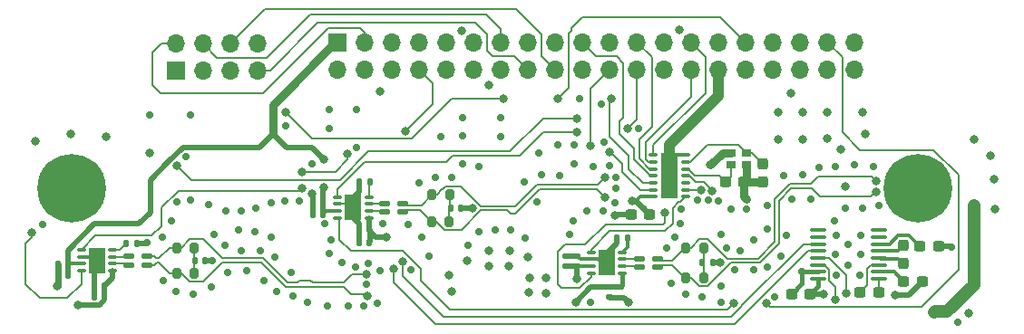
<source format=gbr>
%TF.GenerationSoftware,KiCad,Pcbnew,7.0.8*%
%TF.CreationDate,2024-02-12T21:11:38+01:00*%
%TF.ProjectId,HatV4,48617456-342e-46b6-9963-61645f706362,V2*%
%TF.SameCoordinates,Original*%
%TF.FileFunction,Copper,L1,Top*%
%TF.FilePolarity,Positive*%
%FSLAX46Y46*%
G04 Gerber Fmt 4.6, Leading zero omitted, Abs format (unit mm)*
G04 Created by KiCad (PCBNEW 7.0.8) date 2024-02-12 21:11:38*
%MOMM*%
%LPD*%
G01*
G04 APERTURE LIST*
G04 Aperture macros list*
%AMRoundRect*
0 Rectangle with rounded corners*
0 $1 Rounding radius*
0 $2 $3 $4 $5 $6 $7 $8 $9 X,Y pos of 4 corners*
0 Add a 4 corners polygon primitive as box body*
4,1,4,$2,$3,$4,$5,$6,$7,$8,$9,$2,$3,0*
0 Add four circle primitives for the rounded corners*
1,1,$1+$1,$2,$3*
1,1,$1+$1,$4,$5*
1,1,$1+$1,$6,$7*
1,1,$1+$1,$8,$9*
0 Add four rect primitives between the rounded corners*
20,1,$1+$1,$2,$3,$4,$5,0*
20,1,$1+$1,$4,$5,$6,$7,0*
20,1,$1+$1,$6,$7,$8,$9,0*
20,1,$1+$1,$8,$9,$2,$3,0*%
G04 Aperture macros list end*
%TA.AperFunction,SMDPad,CuDef*%
%ADD10RoundRect,0.237500X-0.300000X-0.237500X0.300000X-0.237500X0.300000X0.237500X-0.300000X0.237500X0*%
%TD*%
%TA.AperFunction,ComponentPad*%
%ADD11R,1.700000X1.700000*%
%TD*%
%TA.AperFunction,ComponentPad*%
%ADD12O,1.700000X1.700000*%
%TD*%
%TA.AperFunction,SMDPad,CuDef*%
%ADD13RoundRect,0.100000X0.637500X0.100000X-0.637500X0.100000X-0.637500X-0.100000X0.637500X-0.100000X0*%
%TD*%
%TA.AperFunction,SMDPad,CuDef*%
%ADD14RoundRect,0.140000X0.140000X0.170000X-0.140000X0.170000X-0.140000X-0.170000X0.140000X-0.170000X0*%
%TD*%
%TA.AperFunction,SMDPad,CuDef*%
%ADD15RoundRect,0.020000X-0.430000X0.180000X-0.430000X-0.180000X0.430000X-0.180000X0.430000X0.180000X0*%
%TD*%
%TA.AperFunction,SMDPad,CuDef*%
%ADD16RoundRect,0.140000X0.170000X-0.140000X0.170000X0.140000X-0.170000X0.140000X-0.170000X-0.140000X0*%
%TD*%
%TA.AperFunction,SMDPad,CuDef*%
%ADD17RoundRect,0.140000X-0.140000X-0.170000X0.140000X-0.170000X0.140000X0.170000X-0.140000X0.170000X0*%
%TD*%
%TA.AperFunction,SMDPad,CuDef*%
%ADD18RoundRect,0.140000X-0.170000X0.140000X-0.170000X-0.140000X0.170000X-0.140000X0.170000X0.140000X0*%
%TD*%
%TA.AperFunction,SMDPad,CuDef*%
%ADD19O,0.850000X0.350000*%
%TD*%
%TA.AperFunction,SMDPad,CuDef*%
%ADD20R,1.650000X4.250000*%
%TD*%
%TA.AperFunction,SMDPad,CuDef*%
%ADD21RoundRect,0.200000X0.200000X0.275000X-0.200000X0.275000X-0.200000X-0.275000X0.200000X-0.275000X0*%
%TD*%
%TA.AperFunction,SMDPad,CuDef*%
%ADD22RoundRect,0.135000X-0.135000X-0.185000X0.135000X-0.185000X0.135000X0.185000X-0.135000X0.185000X0*%
%TD*%
%TA.AperFunction,SMDPad,CuDef*%
%ADD23RoundRect,0.075000X-0.350000X-0.075000X0.350000X-0.075000X0.350000X0.075000X-0.350000X0.075000X0*%
%TD*%
%TA.AperFunction,ComponentPad*%
%ADD24C,0.500000*%
%TD*%
%TA.AperFunction,SMDPad,CuDef*%
%ADD25R,1.600000X2.400000*%
%TD*%
%TA.AperFunction,SMDPad,CuDef*%
%ADD26RoundRect,0.200000X-0.200000X-0.275000X0.200000X-0.275000X0.200000X0.275000X-0.200000X0.275000X0*%
%TD*%
%TA.AperFunction,SMDPad,CuDef*%
%ADD27R,0.900000X0.800000*%
%TD*%
%TA.AperFunction,SMDPad,CuDef*%
%ADD28RoundRect,0.237500X0.300000X0.237500X-0.300000X0.237500X-0.300000X-0.237500X0.300000X-0.237500X0*%
%TD*%
%TA.AperFunction,SMDPad,CuDef*%
%ADD29RoundRect,0.237500X-0.237500X0.300000X-0.237500X-0.300000X0.237500X-0.300000X0.237500X0.300000X0*%
%TD*%
%TA.AperFunction,SMDPad,CuDef*%
%ADD30RoundRect,0.135000X0.135000X0.185000X-0.135000X0.185000X-0.135000X-0.185000X0.135000X-0.185000X0*%
%TD*%
%TA.AperFunction,ComponentPad*%
%ADD31C,0.800000*%
%TD*%
%TA.AperFunction,ComponentPad*%
%ADD32C,6.400000*%
%TD*%
%TA.AperFunction,ViaPad*%
%ADD33C,0.800000*%
%TD*%
%TA.AperFunction,ViaPad*%
%ADD34C,0.700000*%
%TD*%
%TA.AperFunction,Conductor*%
%ADD35C,0.500000*%
%TD*%
%TA.AperFunction,Conductor*%
%ADD36C,0.400000*%
%TD*%
%TA.AperFunction,Conductor*%
%ADD37C,1.000000*%
%TD*%
%TA.AperFunction,Conductor*%
%ADD38C,0.300000*%
%TD*%
%TA.AperFunction,Conductor*%
%ADD39C,0.800000*%
%TD*%
%TA.AperFunction,Conductor*%
%ADD40C,0.600000*%
%TD*%
%TA.AperFunction,Conductor*%
%ADD41C,0.200000*%
%TD*%
%TA.AperFunction,Conductor*%
%ADD42C,1.200000*%
%TD*%
G04 APERTURE END LIST*
D10*
%TO.P,C11,1*%
%TO.N,/SPI to CAN/OSC2*%
X166421900Y-103381000D03*
%TO.P,C11,2*%
%TO.N,GND*%
X168146900Y-103381000D03*
%TD*%
D11*
%TO.P,J5,1,Pin_1*%
%TO.N,+3V3*%
X130225800Y-90322400D03*
D12*
%TO.P,J5,2,Pin_2*%
%TO.N,+5V*%
X130225800Y-92862400D03*
%TO.P,J5,3,Pin_3*%
%TO.N,/I2C_GP5_DAT*%
X132765800Y-90322400D03*
%TO.P,J5,4,Pin_4*%
%TO.N,+5V*%
X132765800Y-92862400D03*
%TO.P,J5,5,Pin_5*%
%TO.N,/I2C_GP5_CLK*%
X135305800Y-90322400D03*
%TO.P,J5,6,Pin_6*%
%TO.N,GND*%
X135305800Y-92862400D03*
%TO.P,J5,7,Pin_7*%
%TO.N,/MCLK05*%
X137845800Y-90322400D03*
%TO.P,J5,8,Pin_8*%
%TO.N,/UART1_TX*%
X137845800Y-92862400D03*
%TO.P,J5,9,Pin_9*%
%TO.N,GND*%
X140385800Y-90322400D03*
%TO.P,J5,10,Pin_10*%
%TO.N,/UART1_RX*%
X140385800Y-92862400D03*
%TO.P,J5,11,Pin_11*%
%TO.N,/UART1_RTS*%
X142925800Y-90322400D03*
%TO.P,J5,12,Pin_12*%
%TO.N,/I2S2_CLK*%
X142925800Y-92862400D03*
%TO.P,J5,13,Pin_13*%
%TO.N,/PWM01*%
X145465800Y-90322400D03*
%TO.P,J5,14,Pin_14*%
%TO.N,GND*%
X145465800Y-92862400D03*
%TO.P,J5,15,Pin_15*%
%TO.N,/GPIO27_PWM2*%
X148005800Y-90322400D03*
%TO.P,J5,16,Pin_16*%
%TO.N,/GPIO8_AO_DMIC_IN_DAT*%
X148005800Y-92862400D03*
%TO.P,J5,17,Pin_17*%
%TO.N,+3V3*%
X150545800Y-90322400D03*
%TO.P,J5,18,Pin_18*%
%TO.N,/GPIO35_PWM3*%
X150545800Y-92862400D03*
%TO.P,J5,19,Pin_19*%
%TO.N,/SPI1_MOSI*%
X153085800Y-90322400D03*
%TO.P,J5,20,Pin_20*%
%TO.N,GND*%
X153085800Y-92862400D03*
%TO.P,J5,21,Pin_21*%
%TO.N,/SPI1_MISO*%
X155625800Y-90322400D03*
%TO.P,J5,22,Pin_22*%
%TO.N,/GPIO17_40HEADER*%
X155625800Y-92862400D03*
%TO.P,J5,23,Pin_23*%
%TO.N,/SPI1_SCK*%
X158165800Y-90322400D03*
%TO.P,J5,24,Pin_24*%
%TO.N,/SPI1_CS0*%
X158165800Y-92862400D03*
%TO.P,J5,25,Pin_25*%
%TO.N,GND*%
X160705800Y-90322400D03*
%TO.P,J5,26,Pin_26*%
%TO.N,/SPI1_CS1*%
X160705800Y-92862400D03*
%TO.P,J5,27,Pin_27*%
%TO.N,/I2C_GP2_DAT*%
X163245800Y-90322400D03*
%TO.P,J5,28,Pin_28*%
%TO.N,/I2C_GP2_CLK*%
X163245800Y-92862400D03*
%TO.P,J5,29,Pin_29*%
%TO.N,/CAN0_DIN*%
X165785800Y-90322400D03*
%TO.P,J5,30,Pin_30*%
%TO.N,GND*%
X165785800Y-92862400D03*
%TO.P,J5,31,Pin_31*%
%TO.N,/CAN0_DOUT*%
X168325800Y-90322400D03*
%TO.P,J5,32,Pin_32*%
%TO.N,/GPIO9_CAN1_GPIO0_DMIC_CLK*%
X168325800Y-92862400D03*
%TO.P,J5,33,Pin_33*%
%TO.N,/CAN1_DOUT*%
X170865800Y-90322400D03*
%TO.P,J5,34,Pin_34*%
%TO.N,GND*%
X170865800Y-92862400D03*
%TO.P,J5,35,Pin_35*%
%TO.N,/I2S_FS*%
X173405800Y-90322400D03*
%TO.P,J5,36,Pin_36*%
%TO.N,/UART1_CTS*%
X173405800Y-92862400D03*
%TO.P,J5,37,Pin_37*%
%TO.N,/CAN1_DIN*%
X175945800Y-90322400D03*
%TO.P,J5,38,Pin_38*%
%TO.N,/I2S_SDIN*%
X175945800Y-92862400D03*
%TO.P,J5,39,Pin_39*%
%TO.N,GND*%
X178485800Y-90322400D03*
%TO.P,J5,40,Pin_40*%
%TO.N,/I2S_SDOUT*%
X178485800Y-92862400D03*
%TD*%
D13*
%TO.P,U6,1,C1+*%
%TO.N,/RS232 to UART/C1+*%
X180746400Y-112423800D03*
%TO.P,U6,2,V+*%
%TO.N,/RS232 to UART/V+*%
X180746400Y-111773800D03*
%TO.P,U6,3,C1-*%
%TO.N,/RS232 to UART/C1-*%
X180746400Y-111123800D03*
%TO.P,U6,4,C2+*%
%TO.N,/RS232 to UART/C2+*%
X180746400Y-110473800D03*
%TO.P,U6,5,C2-*%
%TO.N,/RS232 to UART/C2-*%
X180746400Y-109823800D03*
%TO.P,U6,6,V-*%
%TO.N,/RS232 to UART/V-*%
X180746400Y-109173800D03*
%TO.P,U6,7,DOUT2*%
%TO.N,unconnected-(U6-DOUT2-Pad7)*%
X180746400Y-108523800D03*
%TO.P,U6,8,RIN2*%
%TO.N,unconnected-(U6-RIN2-Pad8)*%
X180746400Y-107873800D03*
%TO.P,U6,9,ROUT2*%
%TO.N,unconnected-(U6-ROUT2-Pad9)*%
X175021400Y-107873800D03*
%TO.P,U6,10,DIN2*%
%TO.N,unconnected-(U6-DIN2-Pad10)*%
X175021400Y-108523800D03*
%TO.P,U6,11,DIN1*%
%TO.N,/UART1_TX*%
X175021400Y-109173800D03*
%TO.P,U6,12,ROUT1*%
%TO.N,/UART1_RX*%
X175021400Y-109823800D03*
%TO.P,U6,13,RIN1*%
%TO.N,/RS232 to UART/RIN1*%
X175021400Y-110473800D03*
%TO.P,U6,14,DOUT1*%
%TO.N,/RS232 to UART/DOUT1*%
X175021400Y-111123800D03*
%TO.P,U6,15,GND*%
%TO.N,GND*%
X175021400Y-111773800D03*
%TO.P,U6,16,VCC*%
%TO.N,+3V3*%
X175021400Y-112423800D03*
%TD*%
D14*
%TO.P,C2,1*%
%TO.N,+5V*%
X108455400Y-113055400D03*
%TO.P,C2,2*%
%TO.N,GND*%
X107495400Y-113055400D03*
%TD*%
D15*
%TO.P,FL3,1,1*%
%TO.N,/CAN BUS SPI/CAN+*%
X158381778Y-110526378D03*
%TO.P,FL3,2,2*%
%TO.N,/CAN BUS SPI/CAN-*%
X158381778Y-111326378D03*
%TO.P,FL3,3,3*%
%TO.N,/CAN BUS SPI/CHS-*%
X160081778Y-111326378D03*
%TO.P,FL3,4,4*%
%TO.N,/CAN BUS SPI/CHS+*%
X160081778Y-110526378D03*
%TD*%
D16*
%TO.P,C21,1*%
%TO.N,+3V3*%
X152552400Y-111249400D03*
%TO.P,C21,2*%
%TO.N,GND*%
X152552400Y-110289400D03*
%TD*%
D14*
%TO.P,C8,1*%
%TO.N,+3V3*%
X128851600Y-105283000D03*
%TO.P,C8,2*%
%TO.N,GND*%
X127891600Y-105283000D03*
%TD*%
D17*
%TO.P,C5,1*%
%TO.N,/CAN BUS 0/TERM_CAPA*%
X116893400Y-110722222D03*
%TO.P,C5,2*%
%TO.N,GND*%
X117853400Y-110722222D03*
%TD*%
D10*
%TO.P,C15,1*%
%TO.N,/RS232 to UART/V+*%
X183060000Y-112674400D03*
%TO.P,C15,2*%
%TO.N,GND*%
X184785000Y-112674400D03*
%TD*%
D14*
%TO.P,C7,1*%
%TO.N,+5V*%
X133192400Y-107975400D03*
%TO.P,C7,2*%
%TO.N,GND*%
X132232400Y-107975400D03*
%TD*%
D15*
%TO.P,FL1,1,1*%
%TO.N,/CAN BUS 0/CAN+*%
X110700022Y-110322222D03*
%TO.P,FL1,2,2*%
%TO.N,/CAN BUS 0/CAN-*%
X110700022Y-111122222D03*
%TO.P,FL1,3,3*%
%TO.N,/CAN BUS 0/CH0-*%
X112400022Y-111122222D03*
%TO.P,FL1,4,4*%
%TO.N,/CAN BUS 0/CH0+*%
X112400022Y-110322222D03*
%TD*%
D18*
%TO.P,C20,1*%
%TO.N,+5V*%
X156573978Y-113206578D03*
%TO.P,C20,2*%
%TO.N,GND*%
X156573978Y-114166578D03*
%TD*%
D10*
%TO.P,C16,1*%
%TO.N,/RS232 to UART/V-*%
X184556400Y-109397800D03*
%TO.P,C16,2*%
%TO.N,GND*%
X186281400Y-109397800D03*
%TD*%
D19*
%TO.P,U5,1,TXCAN*%
%TO.N,/CAN BUS SPI/TDX_SPI*%
X162689800Y-104749600D03*
%TO.P,U5,2,RXCAN*%
%TO.N,/CAN BUS SPI/RDX_SPI*%
X162689800Y-104099600D03*
%TO.P,U5,3,CLKO/SOF*%
%TO.N,unconnected-(U5-CLKO{slash}SOF-Pad3)*%
X162689800Y-103449600D03*
%TO.P,U5,4,~{INT}*%
%TO.N,/GPIO17_40HEADER*%
X162689800Y-102799600D03*
%TO.P,U5,5,OSC2*%
%TO.N,/SPI to CAN/OSC2*%
X162689800Y-102149600D03*
%TO.P,U5,6,OSC1*%
%TO.N,/SPI to CAN/OSC1*%
X162689800Y-101499600D03*
%TO.P,U5,7,VSS*%
%TO.N,GND*%
X162689800Y-100849600D03*
%TO.P,U5,8,~{INT1}/GPIO1*%
%TO.N,/I2C_GP2_DAT*%
X159689800Y-100849600D03*
%TO.P,U5,9,~{INT0}/GPIO0/XSTBY*%
%TO.N,/I2C_GP2_CLK*%
X159689800Y-101499600D03*
%TO.P,U5,10,SCK*%
%TO.N,/SPI1_SCK*%
X159689800Y-102149600D03*
%TO.P,U5,11,SDI*%
%TO.N,/SPI1_MOSI*%
X159689800Y-102799600D03*
%TO.P,U5,12,SDO*%
%TO.N,/SPI1_MISO*%
X159689800Y-103449600D03*
%TO.P,U5,13,nCS*%
%TO.N,/SPI1_CS0*%
X159689800Y-104099600D03*
%TO.P,U5,14,VDD*%
%TO.N,+3V3*%
X159689800Y-104749600D03*
D20*
%TO.P,U5,15,VSS*%
%TO.N,GND*%
X161189800Y-102799600D03*
%TD*%
D21*
%TO.P,R6,1*%
%TO.N,/CAN BUS 1/TERM_CAPA*%
X140639675Y-107045465D03*
%TO.P,R6,2*%
%TO.N,/CAN BUS 1/CH1-*%
X138989675Y-107045465D03*
%TD*%
D17*
%TO.P,C23,1*%
%TO.N,/CAN BUS SPI/TERM_CAPA*%
X164264400Y-110907378D03*
%TO.P,C23,2*%
%TO.N,GND*%
X165224400Y-110907378D03*
%TD*%
D22*
%TO.P,R1,1*%
%TO.N,/CAN BUS 0/CAN_SILENT_1*%
X110493222Y-109096622D03*
%TO.P,R1,2*%
%TO.N,GND*%
X111513222Y-109096622D03*
%TD*%
D21*
%TO.P,R9,1*%
%TO.N,/CAN BUS SPI/TERM_CAPA*%
X164362400Y-112293400D03*
%TO.P,R9,2*%
%TO.N,/CAN BUS SPI/CHS-*%
X162712400Y-112293400D03*
%TD*%
D14*
%TO.P,C6,1*%
%TO.N,+5V*%
X133164400Y-108991400D03*
%TO.P,C6,2*%
%TO.N,GND*%
X132204400Y-108991400D03*
%TD*%
D23*
%TO.P,U1,1,TXD*%
%TO.N,/CAN0_DOUT*%
X106276422Y-109706222D03*
%TO.P,U1,2,GND*%
%TO.N,GND*%
X106276422Y-110356222D03*
%TO.P,U1,3,VCC*%
%TO.N,+3V3*%
X106276422Y-111006222D03*
%TO.P,U1,4,RXD*%
%TO.N,/CAN0_DIN*%
X106276422Y-111656222D03*
%TO.P,U1,5,VIO*%
%TO.N,+5V*%
X109176422Y-111656222D03*
%TO.P,U1,6,CANL*%
%TO.N,/CAN BUS 0/CAN-*%
X109176422Y-111006222D03*
%TO.P,U1,7,CANH*%
%TO.N,/CAN BUS 0/CAN+*%
X109176422Y-110356222D03*
%TO.P,U1,8,S*%
%TO.N,/CAN BUS 0/CAN_SILENT_1*%
X109176422Y-109706222D03*
D24*
%TO.P,U1,9,PAD*%
%TO.N,GND*%
X107226422Y-110681222D03*
X107726422Y-109781222D03*
D25*
X107726422Y-110681222D03*
D24*
X107726422Y-111581222D03*
X108226422Y-110681222D03*
%TD*%
D26*
%TO.P,R8,1*%
%TO.N,/CAN BUS SPI/CHS+*%
X162712400Y-109499400D03*
%TO.P,R8,2*%
%TO.N,/CAN BUS SPI/TERM_CAPA*%
X164362400Y-109499400D03*
%TD*%
D27*
%TO.P,Y1,1,1*%
%TO.N,/SPI to CAN/OSC1*%
X168348800Y-100607000D03*
%TO.P,Y1,2,2*%
%TO.N,GND*%
X166948800Y-100607000D03*
%TO.P,Y1,3,3*%
%TO.N,/SPI to CAN/OSC2*%
X166948800Y-101707000D03*
%TO.P,Y1,4,4*%
%TO.N,GND*%
X168348800Y-101707000D03*
%TD*%
D18*
%TO.P,C19,1*%
%TO.N,+5V*%
X155557978Y-113178578D03*
%TO.P,C19,2*%
%TO.N,GND*%
X155557978Y-114138578D03*
%TD*%
D28*
%TO.P,C17,1*%
%TO.N,/RS232 to UART/C1+*%
X180719900Y-113665000D03*
%TO.P,C17,2*%
%TO.N,/RS232 to UART/C1-*%
X178994900Y-113665000D03*
%TD*%
D26*
%TO.P,R5,1*%
%TO.N,/CAN BUS 1/CH1+*%
X139027400Y-104546400D03*
%TO.P,R5,2*%
%TO.N,/CAN BUS 1/TERM_CAPA*%
X140677400Y-104546400D03*
%TD*%
D28*
%TO.P,C14,1*%
%TO.N,+3V3*%
X174294800Y-113817400D03*
%TO.P,C14,2*%
%TO.N,GND*%
X172569800Y-113817400D03*
%TD*%
D16*
%TO.P,C22,1*%
%TO.N,+3V3*%
X151536400Y-111249400D03*
%TO.P,C22,2*%
%TO.N,GND*%
X151536400Y-110289400D03*
%TD*%
D29*
%TO.P,C12,1*%
%TO.N,/SPI to CAN/OSC1*%
X169875200Y-101630600D03*
%TO.P,C12,2*%
%TO.N,GND*%
X169875200Y-103355600D03*
%TD*%
D14*
%TO.P,C3,1*%
%TO.N,+3V3*%
X105029000Y-112064800D03*
%TO.P,C3,2*%
%TO.N,GND*%
X104069000Y-112064800D03*
%TD*%
D26*
%TO.P,R2,1*%
%TO.N,/CAN BUS 0/CH0+*%
X115199778Y-109499400D03*
%TO.P,R2,2*%
%TO.N,/CAN BUS 0/TERM_CAPA*%
X116849778Y-109499400D03*
%TD*%
D21*
%TO.P,R3,1*%
%TO.N,/CAN BUS 0/TERM_CAPA*%
X116849778Y-111912400D03*
%TO.P,R3,2*%
%TO.N,/CAN BUS 0/CH0-*%
X115199778Y-111912400D03*
%TD*%
D30*
%TO.P,R7,1*%
%TO.N,/CAN BUS SPI/CAN_SILENT_1*%
X157253400Y-108610400D03*
%TO.P,R7,2*%
%TO.N,GND*%
X156233400Y-108610400D03*
%TD*%
D14*
%TO.P,C4,1*%
%TO.N,+3V3*%
X105029000Y-111048800D03*
%TO.P,C4,2*%
%TO.N,GND*%
X104069000Y-111048800D03*
%TD*%
D17*
%TO.P,C10,1*%
%TO.N,/CAN BUS 1/TERM_CAPA*%
X140769400Y-105796022D03*
%TO.P,C10,2*%
%TO.N,GND*%
X141729400Y-105796022D03*
%TD*%
D29*
%TO.P,C18,1*%
%TO.N,/RS232 to UART/C2-*%
X183032400Y-109271900D03*
%TO.P,C18,2*%
%TO.N,/RS232 to UART/C2+*%
X183032400Y-110996900D03*
%TD*%
D28*
%TO.P,C13,1*%
%TO.N,+3V3*%
X159333100Y-106400600D03*
%TO.P,C13,2*%
%TO.N,GND*%
X157608100Y-106400600D03*
%TD*%
D23*
%TO.P,U7,1,TXD*%
%TO.N,/CAN BUS SPI/TDX_SPI*%
X153853978Y-109928578D03*
%TO.P,U7,2,GND*%
%TO.N,GND*%
X153853978Y-110578578D03*
%TO.P,U7,3,VCC*%
%TO.N,+3V3*%
X153853978Y-111228578D03*
%TO.P,U7,4,RXD*%
%TO.N,/CAN BUS SPI/RDX_SPI*%
X153853978Y-111878578D03*
%TO.P,U7,5,VIO*%
%TO.N,+5V*%
X156753978Y-111878578D03*
%TO.P,U7,6,CANL*%
%TO.N,/CAN BUS SPI/CAN-*%
X156753978Y-111228578D03*
%TO.P,U7,7,CANH*%
%TO.N,/CAN BUS SPI/CAN+*%
X156753978Y-110578578D03*
%TO.P,U7,8,S*%
%TO.N,/CAN BUS SPI/CAN_SILENT_1*%
X156753978Y-109928578D03*
D24*
%TO.P,U7,9,PAD*%
%TO.N,GND*%
X154803978Y-110903578D03*
X155303978Y-110003578D03*
D25*
X155303978Y-110903578D03*
D24*
X155303978Y-111803578D03*
X155803978Y-110903578D03*
%TD*%
D14*
%TO.P,C9,1*%
%TO.N,+3V3*%
X128851600Y-106426000D03*
%TO.P,C9,2*%
%TO.N,GND*%
X127891600Y-106426000D03*
%TD*%
D30*
%TO.P,R4,1*%
%TO.N,/CAN BUS 1/CAN_SILENT_1*%
X133275800Y-103352600D03*
%TO.P,R4,2*%
%TO.N,GND*%
X132255800Y-103352600D03*
%TD*%
D14*
%TO.P,C1,1*%
%TO.N,+5V*%
X108455400Y-114071400D03*
%TO.P,C1,2*%
%TO.N,GND*%
X107495400Y-114071400D03*
%TD*%
D15*
%TO.P,FL2,1,1*%
%TO.N,/CAN BUS 1/CAN+*%
X134585022Y-105354622D03*
%TO.P,FL2,2,2*%
%TO.N,/CAN BUS 1/CAN-*%
X134585022Y-106154622D03*
%TO.P,FL2,3,3*%
%TO.N,/CAN BUS 1/CH1-*%
X136285022Y-106154622D03*
%TO.P,FL2,4,4*%
%TO.N,/CAN BUS 1/CH1+*%
X136285022Y-105354622D03*
%TD*%
D31*
%TO.P,H1,1*%
%TO.N,N/C*%
X102980438Y-103923800D03*
X103683382Y-102226744D03*
X103683382Y-105620856D03*
X105380438Y-101523800D03*
D32*
X105380438Y-103923800D03*
D31*
X105380438Y-106323800D03*
X107077494Y-102226744D03*
X107077494Y-105620856D03*
X107780438Y-103923800D03*
%TD*%
D23*
%TO.P,U3,1,TXD*%
%TO.N,/CAN1_DOUT*%
X130210022Y-104780022D03*
%TO.P,U3,2,GND*%
%TO.N,GND*%
X130210022Y-105430022D03*
%TO.P,U3,3,VCC*%
%TO.N,+3V3*%
X130210022Y-106080022D03*
%TO.P,U3,4,RXD*%
%TO.N,/CAN1_DIN*%
X130210022Y-106730022D03*
%TO.P,U3,5,VIO*%
%TO.N,+5V*%
X133110022Y-106730022D03*
%TO.P,U3,6,CANL*%
%TO.N,/CAN BUS 1/CAN-*%
X133110022Y-106080022D03*
%TO.P,U3,7,CANH*%
%TO.N,/CAN BUS 1/CAN+*%
X133110022Y-105430022D03*
%TO.P,U3,8,S*%
%TO.N,/CAN BUS 1/CAN_SILENT_1*%
X133110022Y-104780022D03*
D24*
%TO.P,U3,9,PAD*%
%TO.N,GND*%
X131160022Y-105755022D03*
X131660022Y-104855022D03*
D25*
X131660022Y-105755022D03*
D24*
X131660022Y-106655022D03*
X132160022Y-105755022D03*
%TD*%
D31*
%TO.P,H2,1*%
%TO.N,N/C*%
X181979438Y-103935962D03*
X182682382Y-102238906D03*
X182682382Y-105633018D03*
X184379438Y-101535962D03*
D32*
X184379438Y-103935962D03*
D31*
X184379438Y-106335962D03*
X186076494Y-102238906D03*
X186076494Y-105633018D03*
X186779438Y-103935962D03*
%TD*%
D11*
%TO.P,J6,1,Pin_1*%
%TO.N,GND*%
X115087400Y-92938600D03*
D12*
%TO.P,J6,2,Pin_2*%
%TO.N,/I2C_GP5_DAT*%
X115087400Y-90398600D03*
%TO.P,J6,3,Pin_3*%
%TO.N,/I2C_GP5_CLK*%
X117627400Y-92938600D03*
%TO.P,J6,4,Pin_4*%
%TO.N,/PWM01*%
X117627400Y-90398600D03*
%TO.P,J6,5,Pin_5*%
%TO.N,/GPIO27_PWM2*%
X120167400Y-92938600D03*
%TO.P,J6,6,Pin_6*%
%TO.N,/GPIO35_PWM3*%
X120167400Y-90398600D03*
%TO.P,J6,7,Pin_7*%
%TO.N,/GPIO8_AO_DMIC_IN_DAT*%
X122707400Y-92938600D03*
%TO.P,J6,8,Pin_8*%
%TO.N,GND*%
X122707400Y-90398600D03*
%TD*%
D33*
%TO.N,+5V*%
X134772400Y-108483400D03*
X152425400Y-114597500D03*
X105943400Y-114833400D03*
D34*
%TO.N,GND*%
X143408400Y-107975400D03*
X118135400Y-105435400D03*
D33*
X127787400Y-104419400D03*
X108610400Y-99085400D03*
D34*
X132918200Y-112953800D03*
X162204400Y-107213400D03*
D33*
X162077400Y-89108900D03*
X157361254Y-114597500D03*
D34*
X125374400Y-98069400D03*
X161696400Y-108483400D03*
X162712400Y-113817400D03*
X115216227Y-105204266D03*
X166014400Y-114579400D03*
X134391400Y-107213400D03*
X116484400Y-105054400D03*
D33*
X165919831Y-110928831D03*
D34*
X180746400Y-105562400D03*
X176682400Y-101879400D03*
X121691400Y-111658400D03*
D33*
X179476400Y-98831400D03*
X173634400Y-99339400D03*
X171348400Y-96799400D03*
D34*
X178460400Y-101752400D03*
X149250400Y-102641400D03*
X166522400Y-109499400D03*
X177876200Y-109194600D03*
X102641400Y-107340400D03*
X166014400Y-108229400D03*
D33*
X171297600Y-99364800D03*
D34*
X167792400Y-109753400D03*
X132609926Y-114943815D03*
X143408400Y-101879400D03*
X127406400Y-114579400D03*
X127787400Y-101625400D03*
X129438400Y-96545400D03*
X124485400Y-113563400D03*
D33*
X191465200Y-103124000D03*
D34*
X123977400Y-105308400D03*
X130581400Y-110896400D03*
X152298400Y-101625400D03*
X158265403Y-98323400D03*
X175158400Y-102006400D03*
D33*
X189128400Y-115595400D03*
D34*
X152171400Y-106959400D03*
X150901400Y-102768400D03*
D33*
X149656800Y-113741200D03*
D34*
X139344400Y-102895400D03*
X147599400Y-103327200D03*
X176555400Y-106959400D03*
D33*
X175900973Y-99296500D03*
D34*
X169062400Y-111564900D03*
X141884400Y-97307400D03*
X172059600Y-108381800D03*
X155092400Y-99593400D03*
D33*
X172491400Y-95021400D03*
D34*
X134137400Y-111658400D03*
X120929400Y-107848400D03*
X170332400Y-111277400D03*
X153822400Y-114579400D03*
X179019200Y-110159800D03*
X113817400Y-108483400D03*
D33*
X142265400Y-110693200D03*
D34*
X137058400Y-111531400D03*
X125247400Y-105130600D03*
D33*
X144297400Y-109829600D03*
D34*
X137820400Y-103403400D03*
X129438400Y-98323400D03*
X177571400Y-105816400D03*
X173634400Y-102641400D03*
X173507400Y-111734600D03*
X142392400Y-109245400D03*
D33*
X191592200Y-105918000D03*
D34*
X118643400Y-108229400D03*
X146329400Y-107848400D03*
D33*
X177190400Y-100279200D03*
D34*
X129007814Y-107290522D03*
X176733200Y-108356400D03*
X126644400Y-105156000D03*
X166903400Y-105867200D03*
D33*
X148082000Y-113665000D03*
X175920400Y-96799400D03*
X112623600Y-100660200D03*
D34*
X131216400Y-114960400D03*
D33*
X168402000Y-104980878D03*
D34*
X119659400Y-109245400D03*
X148818600Y-105181400D03*
D33*
X177571400Y-103809800D03*
D34*
X166014400Y-113055400D03*
X165735000Y-105130600D03*
X116738400Y-113817400D03*
X188112400Y-116484400D03*
X174396400Y-104927400D03*
X154965400Y-106070400D03*
D33*
X147980400Y-110388400D03*
D34*
X156108400Y-105308400D03*
X125852822Y-111781222D03*
D33*
X105308400Y-98882200D03*
X101955600Y-99517200D03*
D34*
X176682400Y-110159800D03*
X167284400Y-111564900D03*
X160934400Y-109499400D03*
X133934200Y-114681000D03*
X147726400Y-108610400D03*
X156210000Y-103911400D03*
X164236400Y-114071400D03*
X170332400Y-107721400D03*
X131851400Y-111277400D03*
X122580400Y-105816400D03*
X119786400Y-106070400D03*
X177850800Y-111150400D03*
X178993800Y-112064800D03*
X145440400Y-97307400D03*
X113944400Y-112547400D03*
X121183400Y-106070400D03*
X138074400Y-108483400D03*
X139852400Y-99085400D03*
D33*
X140868400Y-113563400D03*
D34*
X123977400Y-108483400D03*
X168376600Y-105867200D03*
X136804400Y-107340400D03*
X152806400Y-95529400D03*
X118389400Y-113182400D03*
X145440400Y-99085400D03*
X163830000Y-105079800D03*
X164795200Y-105054400D03*
D33*
X144297400Y-111252000D03*
D34*
X176733200Y-112090200D03*
X171602400Y-110261400D03*
D33*
X173634400Y-96799400D03*
D34*
X150774400Y-99847400D03*
X172618400Y-104927400D03*
X116006543Y-101020543D03*
D33*
X182270400Y-113944400D03*
D34*
X122961400Y-109753400D03*
X151841200Y-108254800D03*
X141884400Y-101625400D03*
X180238400Y-101879400D03*
X179222400Y-105841800D03*
X131978400Y-100101400D03*
D33*
X144297400Y-94259400D03*
D34*
X121183400Y-109753400D03*
D33*
X141757400Y-89179400D03*
D34*
X153466800Y-106045000D03*
X152298400Y-99847400D03*
X156210000Y-102920800D03*
X122453400Y-107975400D03*
D33*
X149656800Y-112369600D03*
D34*
X155600400Y-101868500D03*
D33*
X156108400Y-106451400D03*
D34*
X126009400Y-114020600D03*
X123342400Y-112547400D03*
X170332400Y-105562400D03*
D33*
X148132800Y-112318800D03*
D34*
X112674400Y-97053400D03*
D33*
X104038400Y-113131600D03*
D34*
X138709400Y-110261400D03*
X115087400Y-113563400D03*
D33*
X140614400Y-112039400D03*
D34*
X169062400Y-108737400D03*
X141851338Y-99060929D03*
X131978400Y-96545400D03*
X154076400Y-101904800D03*
D33*
X189636400Y-99339400D03*
D34*
X124358400Y-110388400D03*
X161327478Y-112807587D03*
X170967400Y-114071400D03*
X187528200Y-109423200D03*
D33*
X134137400Y-94894400D03*
D34*
X144932400Y-107873800D03*
X114706400Y-106959400D03*
X179019200Y-108356400D03*
X119913400Y-111785400D03*
D33*
X146253200Y-109778800D03*
D34*
X118516400Y-110722222D03*
X129438400Y-110007400D03*
D33*
X165023800Y-101727000D03*
X191160400Y-100863400D03*
D34*
X116484400Y-97053400D03*
X133045200Y-110947200D03*
X154838400Y-96037400D03*
D33*
X146202400Y-111226600D03*
D34*
X148996400Y-100609400D03*
X112445800Y-109042200D03*
X162280600Y-105892600D03*
X129235200Y-114960400D03*
D33*
X179222400Y-96799400D03*
D34*
X129591822Y-108737400D03*
X171856400Y-102768400D03*
X140868400Y-102895400D03*
D33*
X142773400Y-105816400D03*
%TO.N,+3V3*%
X185929396Y-115571396D03*
X189585600Y-105562400D03*
X152577800Y-112445800D03*
X157708600Y-105130600D03*
X175590200Y-113842800D03*
X189585600Y-106807000D03*
X128905000Y-103880700D03*
X128930400Y-101244400D03*
X187121800Y-115493800D03*
%TO.N,/UART1_TX*%
X136550400Y-98577400D03*
X136271000Y-110820200D03*
%TO.N,/UART1_RX*%
X135458200Y-111455200D03*
%TO.N,/GPIO27_PWM2*%
X145694400Y-95529400D03*
X125374400Y-96799400D03*
%TO.N,/SPI1_MISO*%
X155727400Y-95529400D03*
%TO.N,/GPIO17_40HEADER*%
X153822400Y-99974400D03*
X165160393Y-104177936D03*
%TO.N,/SPI1_CS0*%
X155600400Y-100519500D03*
X157315900Y-98323400D03*
%TO.N,/CAN0_DIN*%
X101650800Y-108102400D03*
X115229452Y-101869052D03*
X152552400Y-97434400D03*
%TO.N,/CAN0_DOUT*%
X150774400Y-95529400D03*
X131114800Y-100711000D03*
X126873000Y-103962200D03*
X126873000Y-102463600D03*
%TO.N,/CAN1_DOUT*%
X152552400Y-98704400D03*
%TO.N,/CAN1_DIN*%
X170267867Y-114713436D03*
X167193051Y-114713480D03*
%TO.N,/RS232 to UART/RIN1*%
X177673000Y-113792000D03*
%TO.N,/RS232 to UART/DOUT1*%
X176682400Y-114325400D03*
%TO.N,/CAN BUS SPI/CHS-*%
X180448393Y-104271185D03*
%TO.N,/CAN BUS SPI/CHS+*%
X180448393Y-103271185D03*
%TO.N,/CAN BUS SPI/RDX_SPI*%
X160756600Y-106248200D03*
X164109400Y-104089200D03*
%TO.N,/CAN BUS 0/CH0+*%
X132856422Y-111952222D03*
%TO.N,/CAN BUS 0/CH0-*%
X132958022Y-114060422D03*
%TO.N,/CAN BUS 1/CH1+*%
X155143200Y-102946200D03*
%TO.N,/CAN BUS 1/CH1-*%
X155168600Y-104795700D03*
%TD*%
D35*
%TO.N,+5V*%
X109176422Y-111656222D02*
X109176422Y-112334378D01*
X133192400Y-107975400D02*
X133192400Y-108963400D01*
X152425400Y-114597500D02*
X153844322Y-113178578D01*
X133110022Y-106730022D02*
X133110022Y-107893022D01*
X153844322Y-113178578D02*
X155557978Y-113178578D01*
D36*
X156753978Y-113026578D02*
X156573978Y-113206578D01*
D35*
X133700400Y-108483400D02*
X133192400Y-107975400D01*
X108455400Y-113055400D02*
X108455400Y-114071400D01*
X109176422Y-112334378D02*
X108455400Y-113055400D01*
D36*
X109140822Y-111691822D02*
X109176422Y-111656222D01*
D35*
X108455400Y-114071400D02*
X108455400Y-114381400D01*
X134772400Y-108483400D02*
X133700400Y-108483400D01*
X133192400Y-108963400D02*
X133164400Y-108991400D01*
X156545978Y-113178578D02*
X156573978Y-113206578D01*
X108455400Y-114381400D02*
X108003400Y-114833400D01*
X133110022Y-107893022D02*
X133192400Y-107975400D01*
X155557978Y-113178578D02*
X156545978Y-113178578D01*
X108003400Y-114833400D02*
X105943400Y-114833400D01*
D36*
X156753978Y-111878578D02*
X156753978Y-113026578D01*
D37*
%TO.N,GND*%
X165785800Y-95326200D02*
X165785800Y-92862400D01*
D38*
X162689800Y-100849600D02*
X161430000Y-100849600D01*
D39*
X168348800Y-101707000D02*
X168348800Y-103179100D01*
D35*
X107495400Y-111812244D02*
X107726422Y-111581222D01*
X132232400Y-107975400D02*
X132232400Y-108963400D01*
X182270400Y-113944400D02*
X183515000Y-113944400D01*
X131160022Y-105755022D02*
X132160022Y-105755022D01*
X107726422Y-110181222D02*
X107226422Y-110681222D01*
X107226422Y-110681222D02*
X108226422Y-110681222D01*
D39*
X169722800Y-103381000D02*
X169748200Y-103355600D01*
D35*
X107726422Y-109781222D02*
X107726422Y-111581222D01*
X131660022Y-106255022D02*
X131160022Y-105755022D01*
D40*
X104069000Y-112064800D02*
X104069000Y-113101000D01*
D35*
X155303978Y-110003578D02*
X155303978Y-111803578D01*
D39*
X166143800Y-100607000D02*
X165023800Y-101727000D01*
D35*
X155803978Y-110903578D02*
X155803978Y-111303578D01*
D36*
X173546600Y-111773800D02*
X173507400Y-111734600D01*
D40*
X104069000Y-113101000D02*
X104038400Y-113131600D01*
D35*
X183515000Y-113944400D02*
X184785000Y-112674400D01*
X111513222Y-109096622D02*
X112391378Y-109096622D01*
X156233400Y-109074156D02*
X155303978Y-110003578D01*
D38*
X161189800Y-100609400D02*
X161189800Y-99922200D01*
D36*
X173507400Y-112879800D02*
X172569800Y-113817400D01*
D35*
X155303978Y-110403578D02*
X155803978Y-110903578D01*
X155303978Y-110003578D02*
X155303978Y-110403578D01*
X131660022Y-105255022D02*
X131160022Y-105755022D01*
X154803978Y-110903578D02*
X155803978Y-110903578D01*
X127891600Y-106426000D02*
X127891600Y-105283000D01*
D38*
X152841578Y-110578578D02*
X152552400Y-110289400D01*
D35*
X186281400Y-109397800D02*
X187502800Y-109397800D01*
D38*
X153853978Y-110578578D02*
X152841578Y-110578578D01*
D35*
X155585978Y-114166578D02*
X155557978Y-114138578D01*
D41*
X130210022Y-105430022D02*
X130835022Y-105430022D01*
D37*
X161189800Y-99922200D02*
X165785800Y-95326200D01*
D35*
X155803978Y-111303578D02*
X155303978Y-111803578D01*
D39*
X166948800Y-100607000D02*
X166143800Y-100607000D01*
D38*
X107401422Y-110356222D02*
X107726422Y-110681222D01*
D35*
X107726422Y-109781222D02*
X107726422Y-110181222D01*
D38*
X153853978Y-110578578D02*
X154478978Y-110578578D01*
D35*
X107726422Y-111581222D02*
X107726422Y-111181222D01*
X165898378Y-110907378D02*
X165919831Y-110928831D01*
X132232400Y-107975400D02*
X132232400Y-107227400D01*
X155303978Y-110403578D02*
X154803978Y-110903578D01*
X142753022Y-105796022D02*
X142773400Y-105816400D01*
X131660022Y-105255022D02*
X132160022Y-105755022D01*
X156573978Y-114166578D02*
X155585978Y-114166578D01*
X155303978Y-111403578D02*
X154803978Y-110903578D01*
X156930332Y-114166578D02*
X156573978Y-114166578D01*
D39*
X168146900Y-103381000D02*
X169722800Y-103381000D01*
D40*
X104069000Y-111048800D02*
X104069000Y-112064800D01*
D37*
X161189800Y-99922200D02*
X161189800Y-102799600D01*
D39*
X168146900Y-104725778D02*
X168402000Y-104980878D01*
D38*
X106276422Y-110356222D02*
X107401422Y-110356222D01*
D35*
X131660022Y-106255022D02*
X132160022Y-105755022D01*
X107726422Y-111181222D02*
X108226422Y-110681222D01*
X132232400Y-108963400D02*
X132204400Y-108991400D01*
X141729400Y-105796022D02*
X142753022Y-105796022D01*
X156233400Y-108610400D02*
X156233400Y-109074156D01*
X107495400Y-114071400D02*
X107495400Y-113055400D01*
X155303978Y-111803578D02*
X155303978Y-111403578D01*
X107726422Y-110181222D02*
X108226422Y-110681222D01*
D38*
X107726422Y-110681222D02*
X107226422Y-110681222D01*
D35*
X132255800Y-104259244D02*
X131660022Y-104855022D01*
X156159200Y-106400600D02*
X157608100Y-106400600D01*
X151536400Y-110289400D02*
X152552400Y-110289400D01*
X132232400Y-107227400D02*
X131660022Y-106655022D01*
X131660022Y-104855022D02*
X131660022Y-106655022D01*
X112391378Y-109096622D02*
X112445800Y-109042200D01*
X107726422Y-111181222D02*
X107226422Y-110681222D01*
X131660022Y-106655022D02*
X131660022Y-106255022D01*
D38*
X154478978Y-110578578D02*
X154803978Y-110903578D01*
D35*
X118516400Y-110722222D02*
X117853400Y-110722222D01*
D36*
X173507400Y-111734600D02*
X173507400Y-112879800D01*
D39*
X168146900Y-103381000D02*
X168146900Y-104725778D01*
D35*
X127891600Y-105283000D02*
X127891600Y-104523600D01*
X165224400Y-110907378D02*
X165898378Y-110907378D01*
D38*
X161430000Y-100849600D02*
X161189800Y-100609400D01*
D39*
X168348800Y-103179100D02*
X168146900Y-103381000D01*
D35*
X127891600Y-104523600D02*
X127787400Y-104419400D01*
X132255800Y-103352600D02*
X132255800Y-104259244D01*
X156108400Y-106451400D02*
X156159200Y-106400600D01*
X131660022Y-104855022D02*
X131660022Y-105255022D01*
D36*
X175021400Y-111773800D02*
X173546600Y-111773800D01*
D35*
X107495400Y-113055400D02*
X107495400Y-111812244D01*
X157361254Y-114597500D02*
X156930332Y-114166578D01*
D41*
X130835022Y-105430022D02*
X131160022Y-105755022D01*
D35*
X187502800Y-109397800D02*
X187528200Y-109423200D01*
D41*
%TO.N,/CAN BUS 0/TERM_CAPA*%
X116849778Y-111912400D02*
X116849778Y-110765844D01*
X116849778Y-110678600D02*
X116893400Y-110722222D01*
X116849778Y-110765844D02*
X116893400Y-110722222D01*
X116849778Y-109499400D02*
X116849778Y-110678600D01*
%TO.N,/CAN BUS 1/TERM_CAPA*%
X140639675Y-105925747D02*
X140769400Y-105796022D01*
X140677400Y-105704022D02*
X140769400Y-105796022D01*
X140639675Y-107045465D02*
X140639675Y-105925747D01*
X140677400Y-104546400D02*
X140677400Y-105704022D01*
D38*
%TO.N,+3V3*%
X130210022Y-106080022D02*
X129197578Y-106080022D01*
D35*
X152499000Y-112367000D02*
X152577800Y-112445800D01*
D38*
X152573222Y-111228578D02*
X152552400Y-111249400D01*
D35*
X128851600Y-106426000D02*
X128851600Y-105283000D01*
X158063100Y-105130600D02*
X159333100Y-106400600D01*
X157708600Y-105130600D02*
X158063100Y-105130600D01*
D38*
X158444100Y-104749600D02*
X158063100Y-105130600D01*
D35*
X124167900Y-98844100D02*
X122885200Y-100126800D01*
X152552400Y-111249400D02*
X152552400Y-112420400D01*
D42*
X189585600Y-106807000D02*
X189585600Y-113030000D01*
D35*
X128851600Y-103934100D02*
X128905000Y-103880700D01*
X122885200Y-100126800D02*
X115769622Y-100126800D01*
D39*
X129971800Y-90322400D02*
X130225800Y-90322400D01*
D35*
X115769622Y-100126800D02*
X114379452Y-101516970D01*
X125450600Y-100126800D02*
X124167900Y-98844100D01*
X114379452Y-101516970D02*
X114379452Y-101520548D01*
D42*
X186006992Y-115493800D02*
X185929396Y-115571396D01*
D36*
X175021400Y-112423800D02*
X175021400Y-113090800D01*
D35*
X114379452Y-101520548D02*
X112725200Y-103174800D01*
D39*
X124167900Y-98844100D02*
X124167900Y-96126300D01*
D35*
X151536400Y-111249400D02*
X152552400Y-111249400D01*
D39*
X124167900Y-96126300D02*
X129971800Y-90322400D01*
D38*
X106276422Y-111006222D02*
X105071578Y-111006222D01*
D35*
X152552400Y-112420400D02*
X152577800Y-112445800D01*
D42*
X187121800Y-115493800D02*
X186006992Y-115493800D01*
D35*
X175564800Y-113817400D02*
X175590200Y-113842800D01*
D42*
X189585600Y-113030000D02*
X187121800Y-115493800D01*
D35*
X158699200Y-105766700D02*
X159333100Y-106400600D01*
X127812800Y-100126800D02*
X125450600Y-100126800D01*
X128851600Y-105283000D02*
X128851600Y-103934100D01*
D38*
X159689800Y-104749600D02*
X158444100Y-104749600D01*
D35*
X111633000Y-107289600D02*
X107525582Y-107289600D01*
X112725200Y-106197400D02*
X111633000Y-107289600D01*
D38*
X105071578Y-111006222D02*
X105029000Y-111048800D01*
D35*
X112725200Y-103174800D02*
X112725200Y-106197400D01*
X107525582Y-107289600D02*
X105029000Y-109786182D01*
D36*
X175021400Y-113090800D02*
X174294800Y-113817400D01*
D35*
X128930400Y-101244400D02*
X127812800Y-100126800D01*
D38*
X129197578Y-106080022D02*
X128851600Y-106426000D01*
D42*
X189585600Y-106807000D02*
X189585600Y-105562400D01*
D35*
X105029000Y-112064800D02*
X105029000Y-111048800D01*
D36*
X158699200Y-105766700D02*
X158063100Y-105130600D01*
D35*
X105029000Y-109786182D02*
X105029000Y-111048800D01*
D38*
X153853978Y-111228578D02*
X152573222Y-111228578D01*
D35*
X174294800Y-113817400D02*
X175564800Y-113817400D01*
D41*
%TO.N,/CAN BUS SPI/TERM_CAPA*%
X164362400Y-110809378D02*
X164264400Y-110907378D01*
X164362400Y-109499400D02*
X164362400Y-110809378D01*
X164362400Y-111005378D02*
X164264400Y-110907378D01*
X164362400Y-112293400D02*
X164362400Y-111005378D01*
%TO.N,/I2C_GP5_DAT*%
X132308600Y-88925400D02*
X132765800Y-89382600D01*
X115087400Y-90398600D02*
X113741200Y-90398600D01*
X123215400Y-95021400D02*
X129311400Y-88925400D01*
X129311400Y-88925400D02*
X132308600Y-88925400D01*
X113741200Y-90398600D02*
X112928400Y-91211400D01*
X132765800Y-89382600D02*
X132765800Y-90322400D01*
X112928400Y-91211400D02*
X112928400Y-94259400D01*
X112928400Y-94259400D02*
X113690400Y-95021400D01*
X113690400Y-95021400D02*
X123215400Y-95021400D01*
%TO.N,/UART1_TX*%
X167893051Y-115003430D02*
X166920081Y-115976400D01*
X136271000Y-112141000D02*
X136271000Y-110820200D01*
X167893051Y-114986749D02*
X167893051Y-115003430D01*
X136550400Y-98577400D02*
X139090400Y-96037400D01*
X166920081Y-115976400D02*
X140106400Y-115976400D01*
X139090400Y-96037400D02*
X139090400Y-94107000D01*
X175021400Y-109173800D02*
X173706000Y-109173800D01*
X140106400Y-115976400D02*
X136271000Y-112141000D01*
X139090400Y-94107000D02*
X137845800Y-92862400D01*
X173706000Y-109173800D02*
X167893051Y-114986749D01*
%TO.N,/UART1_RX*%
X175021400Y-109823800D02*
X174097400Y-109823800D01*
X174097400Y-109823800D02*
X167309800Y-116611400D01*
X167309800Y-116611400D02*
X139344400Y-116611400D01*
X139344400Y-116611400D02*
X135458200Y-112725200D01*
X135458200Y-112725200D02*
X135458200Y-111455200D01*
%TO.N,/PWM01*%
X117627400Y-90398600D02*
X118948200Y-91719400D01*
X127660400Y-87655400D02*
X144043400Y-87655400D01*
X123596400Y-91719400D02*
X127660400Y-87655400D01*
X145465800Y-89077800D02*
X145465800Y-90322400D01*
X118948200Y-91719400D02*
X123596400Y-91719400D01*
X144043400Y-87655400D02*
X145465800Y-89077800D01*
%TO.N,/GPIO27_PWM2*%
X125374400Y-96799400D02*
X127852400Y-99277400D01*
X145440400Y-95529400D02*
X145694400Y-95529400D01*
X137120400Y-99277400D02*
X140868400Y-95529400D01*
X127852400Y-99277400D02*
X137120400Y-99277400D01*
X140868400Y-95529400D02*
X145440400Y-95529400D01*
%TO.N,/GPIO8_AO_DMIC_IN_DAT*%
X146735800Y-91592400D02*
X148005800Y-92862400D01*
X144678400Y-91592400D02*
X146735800Y-91592400D01*
X128360400Y-88479400D02*
X143057114Y-88479400D01*
X144170400Y-91084400D02*
X144678400Y-91592400D01*
X143057114Y-88479400D02*
X144170400Y-89592686D01*
X144170400Y-89592686D02*
X144170400Y-91084400D01*
X123901200Y-92938600D02*
X128360400Y-88479400D01*
X122707400Y-92938600D02*
X123901200Y-92938600D01*
%TO.N,/GPIO35_PWM3*%
X146837400Y-87147400D02*
X149250400Y-89560400D01*
X149250400Y-91567000D02*
X150545800Y-92862400D01*
X120167400Y-90398600D02*
X123418600Y-87147400D01*
X149250400Y-89560400D02*
X149250400Y-91567000D01*
X123418600Y-87147400D02*
X146837400Y-87147400D01*
%TO.N,/SPI1_MOSI*%
X156489400Y-98831400D02*
X156489400Y-97688400D01*
X154355800Y-91592400D02*
X153085800Y-90322400D01*
X159418046Y-102799600D02*
X157886400Y-101267954D01*
X157886400Y-100228400D02*
X156489400Y-98831400D01*
X156489400Y-97688400D02*
X156870400Y-97307400D01*
X156870400Y-92227400D02*
X156235400Y-91592400D01*
X159689800Y-102799600D02*
X159418046Y-102799600D01*
X157886400Y-101267954D02*
X157886400Y-100228400D01*
X156235400Y-91592400D02*
X154355800Y-91592400D01*
X156870400Y-97307400D02*
X156870400Y-92227400D01*
%TO.N,/SPI1_MISO*%
X155727400Y-95529400D02*
X155600400Y-95656400D01*
X157378400Y-100863400D02*
X157378400Y-102133400D01*
X158694600Y-103449600D02*
X159689800Y-103449600D01*
X157378400Y-102133400D02*
X158694600Y-103449600D01*
X155600400Y-95656400D02*
X155600400Y-99085400D01*
X155600400Y-99085400D02*
X157378400Y-100863400D01*
%TO.N,/GPIO17_40HEADER*%
X163612600Y-103389200D02*
X163023000Y-102799600D01*
X164399350Y-103389200D02*
X163612600Y-103389200D01*
X165160393Y-104177936D02*
X165160393Y-104150243D01*
X163023000Y-102799600D02*
X162689800Y-102799600D01*
X153822400Y-94665800D02*
X155625800Y-92862400D01*
X165160393Y-104150243D02*
X164399350Y-103389200D01*
X153822400Y-99974400D02*
X153822400Y-94665800D01*
%TO.N,/SPI1_SCK*%
X159689800Y-102149600D02*
X159349115Y-102149600D01*
X159537400Y-98196400D02*
X159537400Y-91694000D01*
X159349115Y-102149600D02*
X158394400Y-101194885D01*
X159537400Y-91694000D02*
X158165800Y-90322400D01*
X158394400Y-101194885D02*
X158394400Y-99339400D01*
X158394400Y-99339400D02*
X159537400Y-98196400D01*
%TO.N,/SPI1_CS0*%
X159689800Y-104099600D02*
X159370000Y-104099600D01*
X156743400Y-102387400D02*
X158455600Y-104099600D01*
X156743400Y-101625400D02*
X156743400Y-102387400D01*
X157315900Y-98323400D02*
X158165800Y-97473500D01*
X155637500Y-100519500D02*
X156743400Y-101625400D01*
X155600400Y-100519500D02*
X155637500Y-100519500D01*
X158165800Y-97473500D02*
X158165800Y-92862400D01*
X158455600Y-104099600D02*
X159689800Y-104099600D01*
%TO.N,/I2C_GP2_DAT*%
X164592000Y-95021400D02*
X164592000Y-91668600D01*
X164592000Y-91668600D02*
X163245800Y-90322400D01*
X159689800Y-100849600D02*
X159689800Y-99923600D01*
X159689800Y-99923600D02*
X164592000Y-95021400D01*
%TO.N,/I2C_GP2_CLK*%
X158964800Y-99658000D02*
X163245800Y-95377000D01*
X158964800Y-101199600D02*
X158964800Y-99658000D01*
X159689800Y-101499600D02*
X159264800Y-101499600D01*
X163245800Y-95377000D02*
X163245800Y-92862400D01*
X159264800Y-101499600D02*
X158964800Y-101199600D01*
%TO.N,/CAN0_DIN*%
X106276422Y-112899528D02*
X104952150Y-114223800D01*
X101066600Y-112903000D02*
X101066600Y-109118400D01*
X115229452Y-101869052D02*
X116541600Y-103181200D01*
X146312600Y-100499200D02*
X149377400Y-97434400D01*
X116541600Y-103181200D02*
X130422600Y-103181200D01*
X101066600Y-109118400D02*
X101650800Y-108534200D01*
X101650800Y-108534200D02*
X101650800Y-108102400D01*
X106276422Y-111656222D02*
X106276422Y-112899528D01*
X104952150Y-114223800D02*
X102387400Y-114223800D01*
X102387400Y-114223800D02*
X101066600Y-112903000D01*
X130422600Y-103181200D02*
X133104600Y-100499200D01*
X133104600Y-100499200D02*
X146312600Y-100499200D01*
X149377400Y-97434400D02*
X152552400Y-97434400D01*
%TO.N,/CAN0_DOUT*%
X126873000Y-102463600D02*
X126949200Y-102387400D01*
X153060400Y-87909400D02*
X165912800Y-87909400D01*
X151790400Y-94513400D02*
X151790400Y-89433400D01*
X106276422Y-109706222D02*
X107590444Y-108392200D01*
X151790400Y-89433400D02*
X152044400Y-89179400D01*
X126669800Y-104165400D02*
X126873000Y-103962200D01*
X129983428Y-102387400D02*
X131114800Y-101256028D01*
X112816400Y-108392200D02*
X113741200Y-107467400D01*
X152044400Y-89179400D02*
X152044400Y-88925400D01*
X150774400Y-95529400D02*
X151790400Y-94513400D01*
X165912800Y-87909400D02*
X168325800Y-90322400D01*
X115336561Y-104165400D02*
X126669800Y-104165400D01*
X126949200Y-102387400D02*
X129983428Y-102387400D01*
X152044400Y-88925400D02*
X153060400Y-87909400D01*
X131114800Y-101256028D02*
X131114800Y-100711000D01*
X113741200Y-105760761D02*
X115336561Y-104165400D01*
X113741200Y-107467400D02*
X113741200Y-105760761D01*
X107590444Y-108392200D02*
X112816400Y-108392200D01*
%TO.N,/CAN1_DOUT*%
X147234050Y-100899200D02*
X149428850Y-98704400D01*
X132740400Y-101498400D02*
X140304761Y-101498400D01*
X140304761Y-101498400D02*
X140903961Y-100899200D01*
X149428850Y-98704400D02*
X152552400Y-98704400D01*
X130210022Y-104780022D02*
X130210022Y-104028778D01*
X140903961Y-100899200D02*
X147234050Y-100899200D01*
X130210022Y-104028778D02*
X132740400Y-101498400D01*
%TO.N,/CAN1_DIN*%
X130124978Y-106730022D02*
X130048000Y-106807000D01*
X178968400Y-100355400D02*
X177317400Y-98704400D01*
X170267867Y-114713436D02*
X170603053Y-115048622D01*
X184696778Y-115048622D02*
X188178200Y-111567200D01*
X137947400Y-111480600D02*
X136271000Y-109804200D01*
X131445000Y-109804200D02*
X130393200Y-108752400D01*
X130393200Y-106913200D02*
X130210022Y-106730022D01*
X188178200Y-111567200D02*
X188178200Y-102707200D01*
X170603053Y-115048622D02*
X184696778Y-115048622D01*
X137947400Y-112547400D02*
X137947400Y-111480600D01*
X177317400Y-98704400D02*
X177317400Y-91694000D01*
X140697000Y-115297000D02*
X137947400Y-112547400D01*
X166609531Y-115297000D02*
X140697000Y-115297000D01*
X130393200Y-108752400D02*
X130393200Y-106913200D01*
X167193051Y-114713480D02*
X166609531Y-115297000D01*
X136271000Y-109804200D02*
X131445000Y-109804200D01*
X188178200Y-102707200D02*
X185826400Y-100355400D01*
X177317400Y-91694000D02*
X175945800Y-90322400D01*
X185826400Y-100355400D02*
X178968400Y-100355400D01*
%TO.N,/RS232 to UART/RIN1*%
X177673000Y-112069639D02*
X177673000Y-113792000D01*
X176077161Y-110473800D02*
X177673000Y-112069639D01*
X175021400Y-110473800D02*
X176077161Y-110473800D01*
%TO.N,/RS232 to UART/DOUT1*%
X176682400Y-113211450D02*
X176682400Y-114325400D01*
X175021400Y-111123800D02*
X175674588Y-111123800D01*
X176083200Y-111532412D02*
X176083200Y-112612250D01*
X175674588Y-111123800D02*
X176083200Y-111532412D01*
X176083200Y-112612250D02*
X176682400Y-113211450D01*
%TO.N,/CAN BUS SPI/CAN+*%
X158131778Y-110526378D02*
X158079578Y-110578578D01*
X158079578Y-110578578D02*
X156753978Y-110578578D01*
X158381778Y-110526378D02*
X158131778Y-110526378D01*
%TO.N,/CAN BUS SPI/CAN-*%
X156755956Y-111226600D02*
X156753978Y-111228578D01*
X158381778Y-111326378D02*
X158131778Y-111326378D01*
X158131778Y-111326378D02*
X158032000Y-111226600D01*
X158032000Y-111226600D02*
X156755956Y-111226600D01*
%TO.N,/CAN BUS 1/CAN_SILENT_1*%
X133110022Y-104780022D02*
X133110022Y-103518378D01*
X133110022Y-103518378D02*
X133275800Y-103352600D01*
%TO.N,/CAN BUS SPI/CHS-*%
X164769506Y-113068400D02*
X163955294Y-113068400D01*
X162637400Y-112293400D02*
X162712400Y-112293400D01*
X161470378Y-111126378D02*
X162637400Y-112293400D01*
X166922506Y-110915400D02*
X164769506Y-113068400D01*
X160331778Y-111326378D02*
X160531778Y-111126378D01*
X160531778Y-111126378D02*
X161470378Y-111126378D01*
X180448393Y-104271185D02*
X179995378Y-104724200D01*
X163955294Y-113068400D02*
X163180294Y-112293400D01*
X179995378Y-104724200D02*
X175188639Y-104724200D01*
X171406978Y-105122822D02*
X171406978Y-109110623D01*
X163180294Y-112293400D02*
X162712400Y-112293400D01*
X174437039Y-103972600D02*
X172557200Y-103972600D01*
X160081778Y-111326378D02*
X160331778Y-111326378D01*
X175188639Y-104724200D02*
X174437039Y-103972600D01*
X171406978Y-109110623D02*
X169602198Y-110915400D01*
X172557200Y-103972600D02*
X171406978Y-105122822D01*
X169602198Y-110915400D02*
X166922506Y-110915400D01*
%TO.N,/CAN BUS SPI/CHS+*%
X160331778Y-110526378D02*
X160501800Y-110696400D01*
X162637400Y-109499400D02*
X162712400Y-109499400D01*
X160501800Y-110696400D02*
X161440400Y-110696400D01*
X164769506Y-108724400D02*
X163955294Y-108724400D01*
X180047208Y-102870000D02*
X175082200Y-102870000D01*
X169436513Y-110515400D02*
X166560506Y-110515400D01*
X163180294Y-109499400D02*
X162712400Y-109499400D01*
X175082200Y-102870000D02*
X174406800Y-103545400D01*
X171006978Y-108944937D02*
X169436513Y-110515400D01*
X172418714Y-103545400D02*
X171006978Y-104957136D01*
X171006978Y-104957136D02*
X171006978Y-108944937D01*
X166560506Y-110515400D02*
X164769506Y-108724400D01*
X163955294Y-108724400D02*
X163180294Y-109499400D01*
X180448393Y-103271185D02*
X180047208Y-102870000D01*
X161440400Y-110696400D02*
X162637400Y-109499400D01*
X174406800Y-103545400D02*
X172418714Y-103545400D01*
X160081778Y-110526378D02*
X160331778Y-110526378D01*
%TO.N,/CAN BUS SPI/TDX_SPI*%
X160780158Y-107951842D02*
X161478200Y-107253800D01*
X162029361Y-105224600D02*
X162214800Y-105224600D01*
X153853978Y-109721822D02*
X155623958Y-107951842D01*
X161478200Y-107253800D02*
X161478200Y-105775761D01*
X153853978Y-109928578D02*
X153853978Y-109721822D01*
X162214800Y-105224600D02*
X162689800Y-104749600D01*
X155623958Y-107951842D02*
X160780158Y-107951842D01*
X161478200Y-105775761D02*
X162029361Y-105224600D01*
%TO.N,/CAN BUS SPI/RDX_SPI*%
X150749000Y-109905800D02*
X151434800Y-109220000D01*
X151434800Y-109220000D02*
X153339800Y-109220000D01*
X160598028Y-107327572D02*
X160756600Y-107169000D01*
X153853978Y-112225172D02*
X152820550Y-113258600D01*
X160756600Y-107169000D02*
X160756600Y-106248200D01*
X155232228Y-107327572D02*
X160598028Y-107327572D01*
X164099000Y-104099600D02*
X162689800Y-104099600D01*
X152820550Y-113258600D02*
X151079200Y-113258600D01*
X151079200Y-113258600D02*
X150749000Y-112928400D01*
X150749000Y-112928400D02*
X150749000Y-109905800D01*
X164109400Y-104089200D02*
X164099000Y-104099600D01*
X153853978Y-111878578D02*
X153853978Y-112225172D01*
X153339800Y-109220000D02*
X155232228Y-107327572D01*
%TO.N,/CAN BUS 0/CH0+*%
X120523201Y-110505900D02*
X119395900Y-110505900D01*
X115199778Y-109499400D02*
X114487277Y-109499400D01*
X120527323Y-110510022D02*
X120523201Y-110505900D01*
X126423578Y-112768222D02*
X125522464Y-112768222D01*
X113258701Y-110505900D02*
X113075023Y-110322222D01*
X131557578Y-111952222D02*
X130741578Y-112768222D01*
X117614400Y-108724400D02*
X116370400Y-108724400D01*
X114487277Y-109499400D02*
X113480777Y-110505900D01*
X125522464Y-112768222D02*
X123264264Y-110510022D01*
X127660400Y-112547400D02*
X126644400Y-112547400D01*
X126644400Y-112547400D02*
X126423578Y-112768222D01*
X123264264Y-110510022D02*
X120527323Y-110510022D01*
X127881222Y-112768222D02*
X127660400Y-112547400D01*
X116370400Y-108724400D02*
X115595400Y-109499400D01*
X130741578Y-112768222D02*
X127881222Y-112768222D01*
X119395900Y-110505900D02*
X117614400Y-108724400D01*
X113075023Y-110322222D02*
X112400022Y-110322222D01*
X113480777Y-110505900D02*
X113258701Y-110505900D01*
X132856422Y-111952222D02*
X131557578Y-111952222D01*
X115595400Y-109499400D02*
X115199778Y-109499400D01*
%TO.N,/CAN BUS 0/CH0-*%
X116370400Y-112687400D02*
X115595400Y-111912400D01*
X123098578Y-110910022D02*
X120260217Y-110910022D01*
X115595400Y-111912400D02*
X115199778Y-111912400D01*
X114487277Y-111912400D02*
X113480777Y-110905900D01*
X120260217Y-110910022D02*
X120256095Y-110905900D01*
X119395900Y-110905900D02*
X117614400Y-112687400D01*
X117614400Y-112687400D02*
X116370400Y-112687400D01*
X113083578Y-111122222D02*
X112400022Y-111122222D01*
X113480777Y-110905900D02*
X113299900Y-110905900D01*
X120256095Y-110905900D02*
X119395900Y-110905900D01*
X125356778Y-113168222D02*
X123098578Y-110910022D01*
X132958022Y-114060422D02*
X132715000Y-113817400D01*
X132715000Y-113817400D02*
X131470400Y-113817400D01*
X113299900Y-110905900D02*
X113083578Y-111122222D01*
X130821222Y-113168222D02*
X125356778Y-113168222D01*
X115199778Y-111912400D02*
X114487277Y-111912400D01*
X131470400Y-113817400D02*
X130821222Y-113168222D01*
%TO.N,/CAN BUS 1/CH1+*%
X146786600Y-105613200D02*
X148777928Y-103621872D01*
X138030400Y-105543400D02*
X139027400Y-104546400D01*
X139977400Y-104064294D02*
X140270294Y-103771400D01*
X148777928Y-103621872D02*
X154467528Y-103621872D01*
X154467528Y-103621872D02*
X155143200Y-102946200D01*
X143560150Y-105613200D02*
X146786600Y-105613200D01*
X139027400Y-104546400D02*
X139471400Y-104546400D01*
X136285022Y-105354622D02*
X136473800Y-105543400D01*
X140270294Y-103771400D02*
X141718350Y-103771400D01*
X139471400Y-104546400D02*
X139953506Y-104064294D01*
X139953506Y-104064294D02*
X139977400Y-104064294D01*
X141718350Y-103771400D02*
X143560150Y-105613200D01*
X136473800Y-105543400D02*
X138030400Y-105543400D01*
%TO.N,/CAN BUS 1/CH1-*%
X141759285Y-107820465D02*
X143566550Y-106013200D01*
X146756361Y-106324400D02*
X149058889Y-104021872D01*
X136285022Y-106154622D02*
X136496244Y-105943400D01*
X154394772Y-104021872D02*
X155168600Y-104795700D01*
X136496244Y-105943400D02*
X137887610Y-105943400D01*
X149058889Y-104021872D02*
X154394772Y-104021872D01*
X138989675Y-107045465D02*
X139430465Y-107045465D01*
X137887610Y-105943400D02*
X138989675Y-107045465D01*
X146018200Y-106013200D02*
X146329400Y-106324400D01*
X140205465Y-107820465D02*
X141759285Y-107820465D01*
X146329400Y-106324400D02*
X146756361Y-106324400D01*
X143566550Y-106013200D02*
X146018200Y-106013200D01*
X139430465Y-107045465D02*
X140205465Y-107820465D01*
%TO.N,/CAN BUS 0/CAN+*%
X110666022Y-110356222D02*
X109176422Y-110356222D01*
X110700022Y-110322222D02*
X110666022Y-110356222D01*
%TO.N,/CAN BUS 0/CAN-*%
X110700022Y-111122222D02*
X110584022Y-111006222D01*
X110584022Y-111006222D02*
X109176422Y-111006222D01*
%TO.N,/CAN BUS 1/CAN+*%
X133110022Y-105430022D02*
X134509622Y-105430022D01*
X134509622Y-105430022D02*
X134585022Y-105354622D01*
X134585022Y-105354622D02*
X134585022Y-105386422D01*
%TO.N,/CAN BUS 1/CAN-*%
X133110022Y-106080022D02*
X134510422Y-106080022D01*
X134510422Y-106080022D02*
X134585022Y-106154622D01*
X134585022Y-106154622D02*
X134585022Y-106186422D01*
%TO.N,/RS232 to UART/C1+*%
X180746400Y-113638500D02*
X180719900Y-113665000D01*
X180746400Y-112423800D02*
X180746400Y-113638500D01*
%TO.N,/RS232 to UART/C1-*%
X180746400Y-111123800D02*
X180008900Y-111123800D01*
X179643800Y-113016100D02*
X178994900Y-113665000D01*
X180008900Y-111123800D02*
X179643800Y-111488900D01*
X179643800Y-111488900D02*
X179643800Y-113016100D01*
D38*
%TO.N,/RS232 to UART/C2-*%
X180746400Y-109823800D02*
X181483900Y-109823800D01*
X183032400Y-109271900D02*
X182480500Y-109823800D01*
X182480500Y-109823800D02*
X180746400Y-109823800D01*
%TO.N,/RS232 to UART/C2+*%
X182550900Y-110515400D02*
X183032400Y-110996900D01*
X180924200Y-110515400D02*
X182550900Y-110515400D01*
X180746400Y-110473800D02*
X180882600Y-110473800D01*
X180882600Y-110473800D02*
X180924200Y-110515400D01*
%TO.N,/RS232 to UART/V+*%
X180746400Y-111773800D02*
X182159400Y-111773800D01*
X182159400Y-111773800D02*
X183060000Y-112674400D01*
%TO.N,/RS232 to UART/V-*%
X183543000Y-108384400D02*
X184556400Y-109397800D01*
X181762148Y-109173800D02*
X182551548Y-108384400D01*
X180746400Y-109173800D02*
X181762148Y-109173800D01*
X182551548Y-108384400D02*
X183543000Y-108384400D01*
D41*
%TO.N,/SPI to CAN/OSC2*%
X163580354Y-102768400D02*
X165809300Y-102768400D01*
X166928800Y-101727000D02*
X166948800Y-101707000D01*
X162961554Y-102149600D02*
X163580354Y-102768400D01*
X162689800Y-102149600D02*
X162961554Y-102149600D01*
X166421900Y-103381000D02*
X166928800Y-102874100D01*
X166928800Y-102874100D02*
X166928800Y-101727000D01*
X165809300Y-102768400D02*
X166421900Y-103381000D01*
%TO.N,/SPI to CAN/OSC1*%
X164707400Y-99907000D02*
X163114800Y-101499600D01*
X167648800Y-99907000D02*
X164707400Y-99907000D01*
X168851600Y-100607000D02*
X168348800Y-100607000D01*
X169875200Y-101630600D02*
X168851600Y-100607000D01*
X168348800Y-100607000D02*
X167648800Y-99907000D01*
X163114800Y-101499600D02*
X162689800Y-101499600D01*
%TO.N,/CAN BUS 0/CAN_SILENT_1*%
X109883622Y-109706222D02*
X110493222Y-109096622D01*
X109176422Y-109706222D02*
X109883622Y-109706222D01*
D38*
%TO.N,/CAN BUS SPI/CAN_SILENT_1*%
X157253400Y-108610400D02*
X157253400Y-109429156D01*
X157253400Y-109429156D02*
X156753978Y-109928578D01*
%TD*%
M02*

</source>
